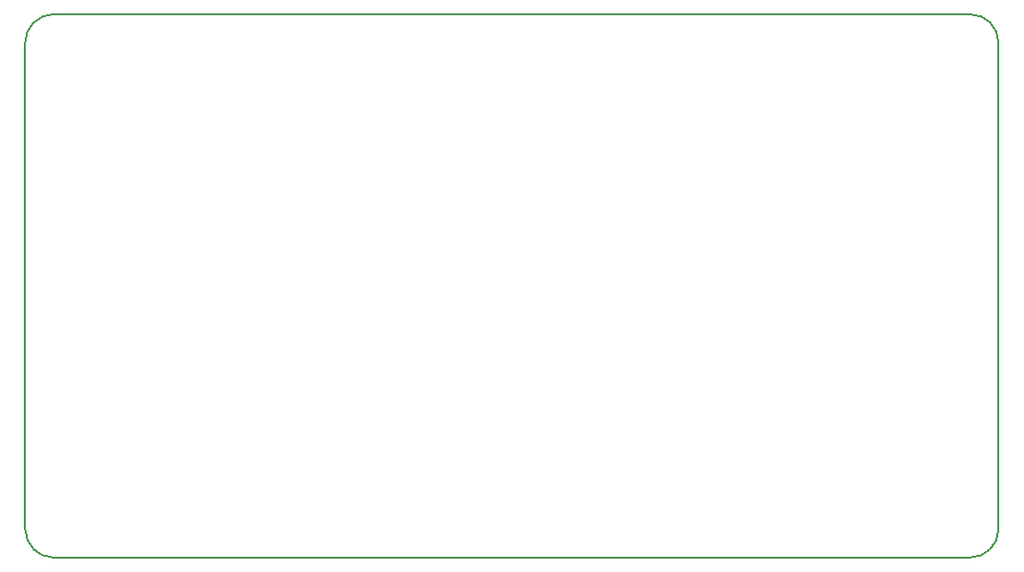
<source format=gko>
G04 DipTrace 3.0.0.2*
G04 Teensy-TC36-Breakouti.gko*
%MOIN*%
G04 #@! TF.FileFunction,Profile*
G04 #@! TF.Part,Single*
%ADD11C,0.005512*%
%FSLAX26Y26*%
G04*
G70*
G90*
G75*
G01*
G04 BoardOutline*
%LPD*%
X493701Y393701D2*
D11*
X3693701D1*
G03X3793701Y493701I2J99998D01*
G01*
Y2193701D1*
G03X3693701Y2293701I-99998J2D01*
G01*
X493701D1*
G03X393701Y2193701I-2J-99998D01*
G01*
Y493701D1*
G03X493701Y393701I99998J-2D01*
G01*
M02*

</source>
